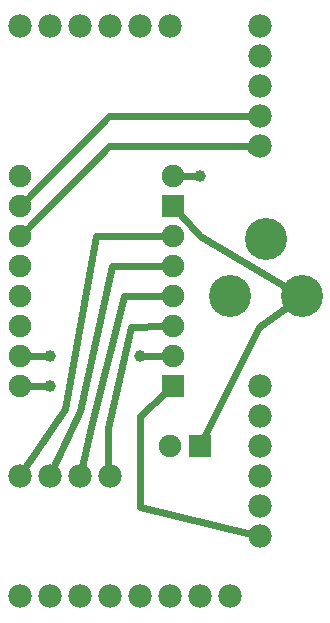
<source format=gbl>
G04 MADE WITH FRITZING*
G04 WWW.FRITZING.ORG*
G04 DOUBLE SIDED*
G04 HOLES PLATED*
G04 CONTOUR ON CENTER OF CONTOUR VECTOR*
%ASAXBY*%
%FSLAX23Y23*%
%MOIN*%
%OFA0B0*%
%SFA1.0B1.0*%
%ADD10C,0.078000*%
%ADD11C,0.039370*%
%ADD12C,0.075000*%
%ADD13C,0.140000*%
%ADD14R,0.075000X0.075000*%
%ADD15C,0.024000*%
%LNCOPPER0*%
G90*
G70*
G54D10*
X920Y2000D03*
X920Y1900D03*
X920Y1800D03*
X920Y1700D03*
X920Y1600D03*
G54D11*
X520Y900D03*
X720Y1500D03*
X220Y800D03*
X220Y900D03*
G54D10*
X120Y500D03*
X220Y500D03*
X320Y500D03*
X420Y500D03*
G54D12*
X720Y600D03*
X620Y600D03*
G54D10*
X120Y2000D03*
X220Y2000D03*
X320Y2000D03*
X420Y2000D03*
X520Y2000D03*
X620Y2000D03*
X820Y100D03*
X720Y100D03*
X620Y100D03*
X520Y100D03*
X420Y100D03*
X320Y100D03*
X220Y100D03*
X120Y100D03*
G54D13*
X820Y1100D03*
X1060Y1100D03*
X940Y1290D03*
G54D12*
X120Y1400D03*
X120Y1300D03*
X120Y1200D03*
X120Y1100D03*
X120Y1000D03*
X120Y900D03*
X120Y800D03*
X630Y800D03*
X120Y1500D03*
X630Y1300D03*
X630Y1200D03*
X630Y1100D03*
X630Y1000D03*
X630Y900D03*
X630Y1500D03*
X630Y1400D03*
G54D10*
X920Y800D03*
X920Y700D03*
X920Y600D03*
X920Y500D03*
X920Y400D03*
X920Y300D03*
G54D14*
X720Y600D03*
X630Y800D03*
X630Y1400D03*
G54D15*
X919Y999D02*
X1010Y1065D01*
D02*
X732Y626D02*
X919Y999D01*
D02*
X721Y1302D02*
X1007Y1132D01*
D02*
X658Y1370D02*
X721Y1302D01*
D02*
X701Y1500D02*
X658Y1500D01*
D02*
X520Y701D02*
X520Y399D01*
D02*
X520Y399D02*
X890Y308D01*
D02*
X608Y781D02*
X520Y701D01*
D02*
X419Y1600D02*
X140Y1321D01*
D02*
X919Y1600D02*
X419Y1600D01*
D02*
X892Y1589D02*
X919Y1600D01*
D02*
X419Y1701D02*
X140Y1421D01*
D02*
X919Y1701D02*
X419Y1701D01*
D02*
X891Y1709D02*
X919Y1701D01*
D02*
X270Y725D02*
X136Y525D01*
D02*
X375Y1300D02*
X270Y725D01*
D02*
X601Y1300D02*
X375Y1300D01*
D02*
X322Y717D02*
X233Y528D01*
D02*
X427Y1201D02*
X322Y717D01*
D02*
X601Y1200D02*
X427Y1201D01*
D02*
X467Y1100D02*
X601Y1100D01*
D02*
X358Y665D02*
X467Y1100D01*
D02*
X327Y530D02*
X358Y665D01*
D02*
X415Y661D02*
X415Y512D01*
D02*
X491Y999D02*
X415Y661D01*
D02*
X415Y512D02*
X408Y528D01*
D02*
X601Y1000D02*
X491Y999D01*
D02*
X201Y800D02*
X148Y800D01*
D02*
X201Y900D02*
X148Y900D01*
D02*
X601Y900D02*
X520Y900D01*
D02*
X520Y900D02*
X601Y900D01*
G04 End of Copper0*
M02*
</source>
